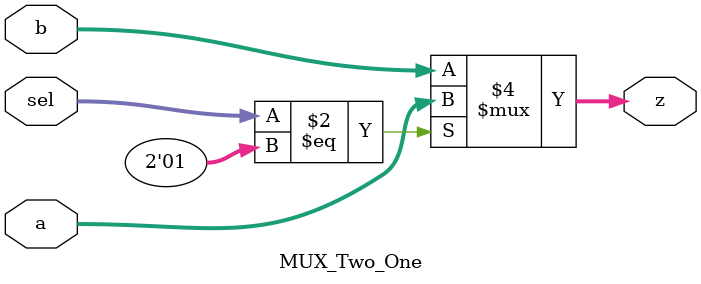
<source format=v>


`timescale 1ns/10ps

module MUX_Two_One (
    z,
    a,
    b,
    sel
);


output [7:0] z;
reg [7:0] z;
input [7:0] a;
input [7:0] b;
input [1:0] sel;




always @(sel, a, b) begin: MUX_TWO_ONE_COMBLOGIC
    if ((sel == 1)) begin
        z = a;
    end
    else begin
        z = b;
    end
end

endmodule

</source>
